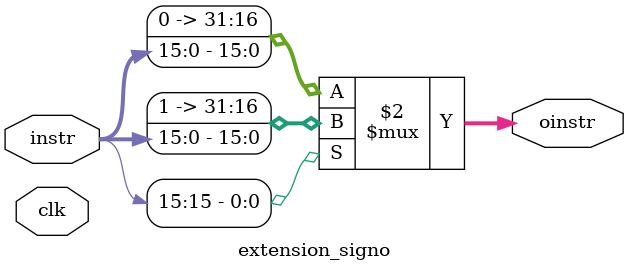
<source format=v>
`timescale 1ns / 1ps


module extension_signo(clk,instr,oinstr);

    input [15:0] instr;
    input clk;
    output reg [31:0] oinstr;
always @(*)
begin
 oinstr = instr[15] ? ({16'b1111111111111111,instr[15:0]}) :  ({16'b0000000000000000,instr[15:0]});  
    end
    
endmodule

</source>
